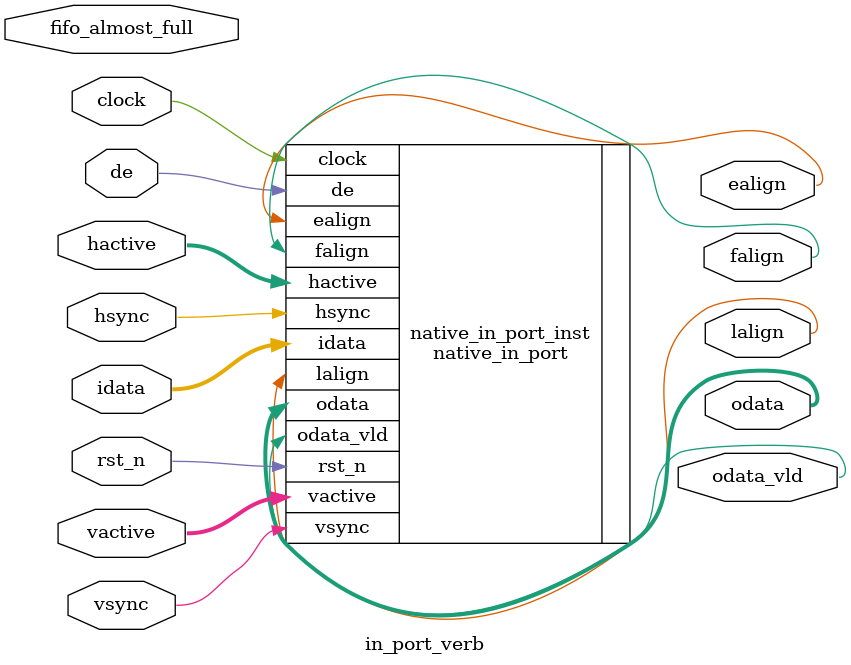
<source format=sv>
/**********************************************
______________                ______________
______________ \  /\  /|\  /| ______________
______________  \/  \/ | \/ | ______________
descript:
author : Young
Version: VERB.0.0 2017/2/17 下午8:21:20
    cut axis
creaded: 2016/7/26 下午3:09:53
madified:
***********************************************/
`timescale 1ns/1ps
module in_port_verb #(
    parameter DSIZE     = 24,
    parameter MODE      = "ONCE"   //ONCE LINE
)(
    input               clock                   ,
    input               rst_n                   ,
    input [15:0]        vactive                 ,
    input [15:0]        hactive                 ,
    input               vsync                   ,
    input               hsync                   ,
    input               de                      ,
    input [DSIZE-1:0]   idata                   ,
    input               fifo_almost_full        ,
    //-- axi stream
    output              falign                  ,
    output              lalign                  ,
    output              ealign                  ,
    (* dont_touch = "true" *)
    output              odata_vld               ,
    (* dont_touch = "true" *)
    output[DSIZE-1:0]   odata
);

native_in_port #(
    .DSIZE      (DSIZE  ),
    .MODE       (MODE   )// ONCE  LINE
)native_in_port_inst(
/*    input             */  .clock                   (clock                   ),
/*    input             */  .rst_n                   (rst_n                   ),
/*    input [15:0]      */  .vactive                 (vactive                 ),
/*    input [15:0]      */  .hactive                 (hactive                 ),
/*    input             */  .vsync                   (vsync                   ),
/*    input             */  .hsync                   (hsync                   ),
/*    input             */  .de                      (de                      ),
/*    input [DSIZE-1:0] */  .idata                   (idata                   ),

/*    output            */  .falign                  (falign                  ),
/*    output            */  .lalign                  (lalign                  ),   // not last data of line
/*    output            */  .ealign                  (ealign                  ),
/*    output            */  .odata_vld               (odata_vld               ),
/*    output[DSIZE-1:0] */  .odata                   (odata                   )
);

endmodule

</source>
